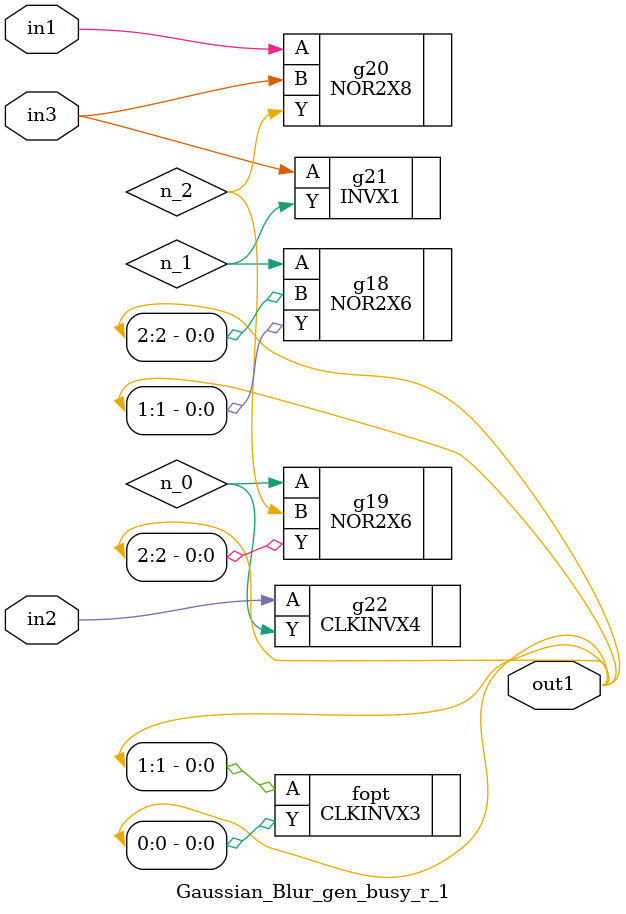
<source format=v>
`timescale 1ps / 1ps


module Gaussian_Blur_gen_busy_r_1(in1, in2, in3, out1);
  input in1, in2, in3;
  output [2:0] out1;
  wire in1, in2, in3;
  wire [2:0] out1;
  wire n_0, n_1, n_2;
  NOR2X6 g18(.A (n_1), .B (out1[2]), .Y (out1[1]));
  NOR2X6 g19(.A (n_0), .B (n_2), .Y (out1[2]));
  NOR2X8 g20(.A (in1), .B (in3), .Y (n_2));
  INVX1 g21(.A (in3), .Y (n_1));
  CLKINVX4 g22(.A (in2), .Y (n_0));
  CLKINVX3 fopt(.A (out1[1]), .Y (out1[0]));
endmodule



</source>
